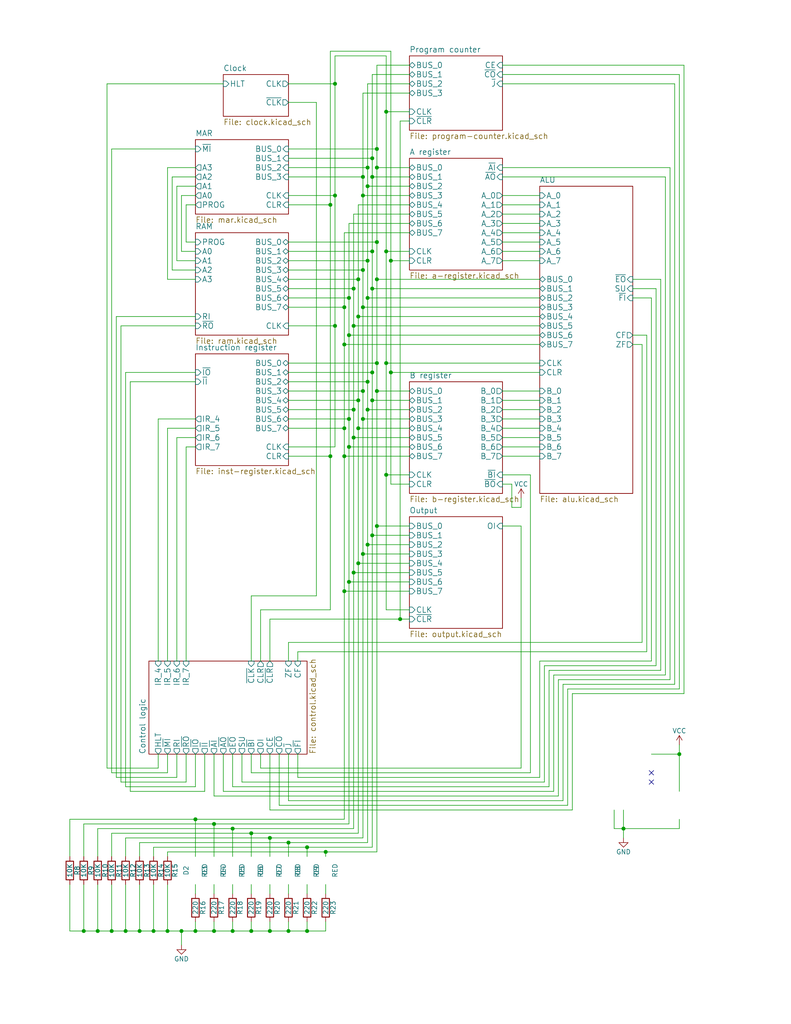
<source format=kicad_sch>
(kicad_sch (version 20211123) (generator eeschema)
  (paper "USLetter" portrait)
  (lib_symbols
    (symbol "Device:R" (pin_numbers hide) (pin_names (offset 0))
      (property "Reference" "R" (at 2.032 0 90))
      (property "Value" "R" (at 0 0 90))
      (symbol "R_0_1"
        (rectangle (start -1.016 -2.54) (end 1.016 2.54) (stroke (width 0.254)))
      )
      (symbol "R_1_1"
        (pin passive line (at 0 3.81 270) (length 1.27) (name "~") (number "1"))
        (pin passive line (at 0 -3.81 90) (length 1.27) (name "~") (number "2"))
      )
    )
    (symbol "power:GND" (power) (pin_names (offset 0))
      (property "Value" "GND" (at 0 -3.81 0))
      (symbol "GND_0_1"
        (polyline (pts (xy 0 0) (xy 0 -1.27) (xy 1.27 -1.27) (xy 0 -2.54) (xy -1.27 -1.27) (xy 0 -1.27)))
      )
      (symbol "GND_1_1"
        (pin power_in line (at 0 0 270) (length 0) hide (name "GND") (number "1"))
      )
    )
    (symbol "power:VCC" (power) (pin_names (offset 0))
      (property "Value" "VCC" (at 0 3.81 0))
      (symbol "VCC_0_1"
        (polyline (pts (xy -0.762 1.27) (xy 0 2.54)))
        (polyline (pts (xy 0 0) (xy 0 2.54)))
        (polyline (pts (xy 0 2.54) (xy 0.762 1.27)))
      )
      (symbol "VCC_1_1"
        (pin power_in line (at 0 0 90) (length 0) hide (name "VCC") (number "1"))
      )
    )
  )
  (junction (at 101.6 48.26))
  (junction (at 63.5 226.06))
  (junction (at 102.87 40.64))
  (junction (at 185.42 205.74))
  (junction (at 95.25 158.75))
  (junction (at 93.98 161.29))
  (junction (at 96.52 119.38))
  (junction (at 93.98 93.98))
  (junction (at 90.17 55.88))
  (junction (at 95.25 121.92))
  (junction (at 78.74 254))
  (junction (at 99.06 114.3))
  (junction (at 100.33 81.28))
  (junction (at 106.68 71.12))
  (junction (at 102.87 45.72))
  (junction (at 38.1 254))
  (junction (at 97.79 116.84))
  (junction (at 170.18 226.06))
  (junction (at 58.42 224.79))
  (junction (at 100.33 111.76))
  (junction (at 83.82 231.14))
  (junction (at 95.25 81.28))
  (junction (at 97.79 86.36))
  (junction (at 99.06 151.13))
  (junction (at 97.79 109.22))
  (junction (at 73.66 228.6))
  (junction (at 102.87 99.06))
  (junction (at 105.41 30.48))
  (junction (at 101.6 78.74))
  (junction (at 105.41 68.58))
  (junction (at 58.42 254))
  (junction (at 73.66 254))
  (junction (at 101.6 68.58))
  (junction (at 96.52 111.76))
  (junction (at 83.82 254))
  (junction (at 105.41 129.54))
  (junction (at 41.91 254))
  (junction (at 102.87 106.68))
  (junction (at 96.52 88.9))
  (junction (at 101.6 43.18))
  (junction (at 93.98 124.46))
  (junction (at 91.44 88.9))
  (junction (at 97.79 153.67))
  (junction (at 101.6 146.05))
  (junction (at 45.72 254))
  (junction (at 49.53 254))
  (junction (at 105.41 99.06))
  (junction (at 100.33 45.72))
  (junction (at 91.44 53.34))
  (junction (at 100.33 148.59))
  (junction (at 99.06 73.66))
  (junction (at 53.34 254))
  (junction (at 100.33 104.14))
  (junction (at 93.98 116.84))
  (junction (at 68.58 227.33))
  (junction (at 101.6 101.6))
  (junction (at 101.6 109.22))
  (junction (at 102.87 143.51))
  (junction (at 102.87 76.2))
  (junction (at 100.33 71.12))
  (junction (at 99.06 106.68))
  (junction (at 106.68 101.6))
  (junction (at 102.87 66.04))
  (junction (at 109.22 168.91))
  (junction (at 63.5 254))
  (junction (at 96.52 156.21))
  (junction (at 91.44 22.86))
  (junction (at 90.17 124.46))
  (junction (at 88.9 232.41))
  (junction (at 53.34 223.52))
  (junction (at 100.33 50.8))
  (junction (at 99.06 48.26))
  (junction (at 95.25 114.3))
  (junction (at 93.98 83.82))
  (junction (at 22.86 254))
  (junction (at 78.74 229.87))
  (junction (at 30.48 254))
  (junction (at 97.79 76.2))
  (junction (at 68.58 254))
  (junction (at 34.29 254))
  (junction (at 95.25 91.44))
  (junction (at 26.67 254))
  (junction (at 96.52 78.74))
  (junction (at 99.06 53.34))
  (junction (at 99.06 83.82))
  (no_connect (at 177.8 213.36))
  (no_connect (at 177.8 210.82))
  (wire (pts (xy 91.44 88.9) (xy 91.44 121.92)))
  (wire (pts (xy 147.32 99.06) (xy 105.41 99.06)))
  (wire (pts (xy 109.22 168.91) (xy 111.76 168.91)))
  (wire (pts (xy 176.53 91.44) (xy 176.53 177.8)))
  (wire (pts (xy 185.42 187.96) (xy 185.42 20.32)))
  (wire (pts (xy 53.34 119.38) (xy 48.26 119.38)))
  (wire (pts (xy 102.87 232.41) (xy 102.87 143.51)))
  (wire (pts (xy 151.13 215.9) (xy 60.96 215.9)))
  (wire (pts (xy 73.66 254) (xy 78.74 254)))
  (wire (pts (xy 63.5 254) (xy 63.5 251.46)))
  (wire (pts (xy 100.33 50.8) (xy 100.33 45.72)))
  (wire (pts (xy 175.26 93.98) (xy 175.26 175.26)))
  (wire (pts (xy 100.33 71.12) (xy 100.33 50.8)))
  (wire (pts (xy 78.74 109.22) (xy 97.79 109.22)))
  (wire (pts (xy 60.96 215.9) (xy 60.96 205.74)))
  (wire (pts (xy 147.32 83.82) (xy 99.06 83.82)))
  (wire (pts (xy 99.06 83.82) (xy 99.06 73.66)))
  (wire (pts (xy 137.16 58.42) (xy 147.32 58.42)))
  (wire (pts (xy 147.32 81.28) (xy 100.33 81.28)))
  (wire (pts (xy 99.06 151.13) (xy 99.06 114.3)))
  (wire (pts (xy 58.42 254) (xy 58.42 251.46)))
  (wire (pts (xy 41.91 254) (xy 45.72 254)))
  (wire (pts (xy 30.48 40.64) (xy 30.48 210.82)))
  (wire (pts (xy 176.53 177.8) (xy 81.28 177.8)))
  (wire (pts (xy 73.66 241.3) (xy 73.66 243.84)))
  (wire (pts (xy 26.67 241.3) (xy 26.67 254)))
  (wire (pts (xy 96.52 88.9) (xy 147.32 88.9)))
  (wire (pts (xy 101.6 78.74) (xy 101.6 68.58)))
  (wire (pts (xy 101.6 109.22) (xy 111.76 109.22)))
  (wire (pts (xy 48.26 71.12) (xy 53.34 71.12)))
  (wire (pts (xy 46.99 48.26) (xy 46.99 73.66)))
  (wire (pts (xy 106.68 71.12) (xy 106.68 101.6)))
  (wire (pts (xy 34.29 241.3) (xy 34.29 254)))
  (wire (pts (xy 102.87 143.51) (xy 111.76 143.51)))
  (wire (pts (xy 101.6 20.32) (xy 111.76 20.32)))
  (wire (pts (xy 170.18 226.06) (xy 185.42 226.06)))
  (wire (pts (xy 34.29 214.63) (xy 53.34 214.63)))
  (wire (pts (xy 91.44 88.9) (xy 78.74 88.9)))
  (wire (pts (xy 177.8 180.34) (xy 177.8 81.28)))
  (wire (pts (xy 147.32 78.74) (xy 101.6 78.74)))
  (wire (pts (xy 147.32 91.44) (xy 95.25 91.44)))
  (wire (pts (xy 139.7 132.08) (xy 139.7 138.43)))
  (wire (pts (xy 73.66 228.6) (xy 73.66 233.68)))
  (wire (pts (xy 96.52 119.38) (xy 111.76 119.38)))
  (wire (pts (xy 177.8 81.28) (xy 172.72 81.28)))
  (wire (pts (xy 81.28 205.74) (xy 81.28 212.09)))
  (wire (pts (xy 63.5 214.63) (xy 149.86 214.63)))
  (wire (pts (xy 68.58 254) (xy 68.58 251.46)))
  (wire (pts (xy 99.06 114.3) (xy 111.76 114.3)))
  (wire (pts (xy 106.68 13.97) (xy 106.68 71.12)))
  (wire (pts (xy 83.82 254) (xy 88.9 254)))
  (wire (pts (xy 53.34 254) (xy 53.34 251.46)))
  (wire (pts (xy 185.42 205.74) (xy 177.8 205.74)))
  (wire (pts (xy 111.76 63.5) (xy 93.98 63.5)))
  (wire (pts (xy 154.94 187.96) (xy 185.42 187.96)))
  (wire (pts (xy 78.74 124.46) (xy 90.17 124.46)))
  (wire (pts (xy 53.34 50.8) (xy 48.26 50.8)))
  (wire (pts (xy 95.25 91.44) (xy 95.25 114.3)))
  (wire (pts (xy 149.86 214.63) (xy 149.86 182.88)))
  (wire (pts (xy 93.98 124.46) (xy 93.98 161.29)))
  (wire (pts (xy 96.52 78.74) (xy 96.52 88.9)))
  (wire (pts (xy 142.24 138.43) (xy 142.24 135.89)))
  (wire (pts (xy 96.52 226.06) (xy 63.5 226.06)))
  (wire (pts (xy 156.21 220.98) (xy 73.66 220.98)))
  (wire (pts (xy 78.74 48.26) (xy 99.06 48.26)))
  (wire (pts (xy 156.21 189.23) (xy 186.69 189.23)))
  (wire (pts (xy 101.6 48.26) (xy 101.6 43.18)))
  (wire (pts (xy 167.64 226.06) (xy 167.64 220.98)))
  (wire (pts (xy 184.15 22.86) (xy 184.15 186.69)))
  (wire (pts (xy 63.5 226.06) (xy 26.67 226.06)))
  (wire (pts (xy 101.6 146.05) (xy 111.76 146.05)))
  (wire (pts (xy 105.41 129.54) (xy 105.41 166.37)))
  (wire (pts (xy 95.25 121.92) (xy 111.76 121.92)))
  (wire (pts (xy 105.41 166.37) (xy 111.76 166.37)))
  (wire (pts (xy 83.82 251.46) (xy 83.82 254)))
  (wire (pts (xy 48.26 119.38) (xy 48.26 180.34)))
  (wire (pts (xy 81.28 212.09) (xy 147.32 212.09)))
  (wire (pts (xy 99.06 53.34) (xy 99.06 48.26)))
  (wire (pts (xy 45.72 116.84) (xy 45.72 180.34)))
  (wire (pts (xy 66.04 205.74) (xy 66.04 213.36)))
  (wire (pts (xy 99.06 73.66) (xy 99.06 53.34)))
  (wire (pts (xy 95.25 158.75) (xy 111.76 158.75)))
  (wire (pts (xy 93.98 83.82) (xy 93.98 93.98)))
  (wire (pts (xy 151.13 184.15) (xy 181.61 184.15)))
  (wire (pts (xy 99.06 151.13) (xy 111.76 151.13)))
  (wire (pts (xy 147.32 86.36) (xy 97.79 86.36)))
  (wire (pts (xy 154.94 219.71) (xy 154.94 187.96)))
  (wire (pts (xy 71.12 166.37) (xy 90.17 166.37)))
  (wire (pts (xy 78.74 73.66) (xy 99.06 73.66)))
  (wire (pts (xy 63.5 205.74) (xy 63.5 214.63)))
  (wire (pts (xy 76.2 219.71) (xy 154.94 219.71)))
  (wire (pts (xy 78.74 243.84) (xy 78.74 241.3)))
  (wire (pts (xy 137.16 129.54) (xy 144.78 129.54)))
  (wire (pts (xy 102.87 76.2) (xy 147.32 76.2)))
  (wire (pts (xy 78.74 101.6) (xy 101.6 101.6)))
  (wire (pts (xy 90.17 55.88) (xy 90.17 124.46)))
  (wire (pts (xy 78.74 111.76) (xy 96.52 111.76)))
  (wire (pts (xy 91.44 53.34) (xy 78.74 53.34)))
  (wire (pts (xy 147.32 116.84) (xy 137.16 116.84)))
  (wire (pts (xy 101.6 43.18) (xy 101.6 20.32)))
  (wire (pts (xy 99.06 114.3) (xy 99.06 106.68)))
  (wire (pts (xy 22.86 254) (xy 26.67 254)))
  (wire (pts (xy 185.42 205.74) (xy 185.42 215.9)))
  (wire (pts (xy 93.98 93.98) (xy 93.98 116.84)))
  (wire (pts (xy 137.16 66.04) (xy 147.32 66.04)))
  (wire (pts (xy 53.34 241.3) (xy 53.34 243.84)))
  (wire (pts (xy 53.34 254) (xy 58.42 254)))
  (wire (pts (xy 46.99 73.66) (xy 53.34 73.66)))
  (wire (pts (xy 49.53 254) (xy 53.34 254)))
  (wire (pts (xy 179.07 78.74) (xy 172.72 78.74)))
  (wire (pts (xy 50.8 55.88) (xy 50.8 66.04)))
  (wire (pts (xy 137.16 63.5) (xy 147.32 63.5)))
  (wire (pts (xy 86.36 27.94) (xy 86.36 162.56)))
  (wire (pts (xy 91.44 121.92) (xy 78.74 121.92)))
  (wire (pts (xy 180.34 76.2) (xy 172.72 76.2)))
  (wire (pts (xy 29.21 209.55) (xy 43.18 209.55)))
  (wire (pts (xy 101.6 109.22) (xy 101.6 101.6)))
  (wire (pts (xy 97.79 153.67) (xy 111.76 153.67)))
  (wire (pts (xy 58.42 254) (xy 63.5 254)))
  (wire (pts (xy 71.12 209.55) (xy 142.24 209.55)))
  (wire (pts (xy 175.26 175.26) (xy 78.74 175.26)))
  (wire (pts (xy 78.74 116.84) (xy 93.98 116.84)))
  (wire (pts (xy 99.06 228.6) (xy 99.06 151.13)))
  (wire (pts (xy 137.16 111.76) (xy 147.32 111.76)))
  (wire (pts (xy 137.16 124.46) (xy 147.32 124.46)))
  (wire (pts (xy 88.9 254) (xy 88.9 251.46)))
  (wire (pts (xy 78.74 40.64) (xy 102.87 40.64)))
  (wire (pts (xy 34.29 228.6) (xy 34.29 233.68)))
  (wire (pts (xy 100.33 229.87) (xy 100.33 148.59)))
  (wire (pts (xy 68.58 243.84) (xy 68.58 241.3)))
  (wire (pts (xy 53.34 214.63) (xy 53.34 205.74)))
  (wire (pts (xy 151.13 215.9) (xy 151.13 184.15)))
  (wire (pts (xy 34.29 228.6) (xy 73.66 228.6)))
  (wire (pts (xy 181.61 184.15) (xy 181.61 48.26)))
  (wire (pts (xy 38.1 233.68) (xy 38.1 229.87)))
  (wire (pts (xy 100.33 111.76) (xy 100.33 104.14)))
  (wire (pts (xy 91.44 53.34) (xy 91.44 88.9)))
  (wire (pts (xy 100.33 50.8) (xy 111.76 50.8)))
  (wire (pts (xy 99.06 106.68) (xy 99.06 83.82)))
  (wire (pts (xy 91.44 22.86) (xy 91.44 53.34)))
  (wire (pts (xy 144.78 129.54) (xy 144.78 210.82)))
  (wire (pts (xy 142.24 143.51) (xy 137.16 143.51)))
  (wire (pts (xy 137.16 60.96) (xy 147.32 60.96)))
  (wire (pts (xy 137.16 20.32) (xy 185.42 20.32)))
  (wire (pts (xy 53.34 104.14) (xy 35.56 104.14)))
  (wire (pts (xy 111.76 30.48) (xy 105.41 30.48)))
  (wire (pts (xy 34.29 101.6) (xy 34.29 214.63)))
  (wire (pts (xy 96.52 58.42) (xy 96.52 78.74)))
  (wire (pts (xy 100.33 81.28) (xy 100.33 71.12)))
  (wire (pts (xy 78.74 114.3) (xy 95.25 114.3)))
  (wire (pts (xy 58.42 243.84) (xy 58.42 241.3)))
  (wire (pts (xy 144.78 210.82) (xy 68.58 210.82)))
  (wire (pts (xy 185.42 203.2) (xy 185.42 205.74)))
  (wire (pts (xy 95.25 224.79) (xy 58.42 224.79)))
  (wire (pts (xy 101.6 146.05) (xy 101.6 109.22)))
  (wire (pts (xy 38.1 241.3) (xy 38.1 254)))
  (wire (pts (xy 73.66 168.91) (xy 73.66 180.34)))
  (wire (pts (xy 73.66 251.46) (xy 73.66 254)))
  (wire (pts (xy 78.74 55.88) (xy 90.17 55.88)))
  (wire (pts (xy 101.6 231.14) (xy 101.6 146.05)))
  (wire (pts (xy 76.2 219.71) (xy 76.2 205.74)))
  (wire (pts (xy 78.74 175.26) (xy 78.74 180.34)))
  (wire (pts (xy 97.79 55.88) (xy 97.79 76.2)))
  (wire (pts (xy 105.41 68.58) (xy 105.41 99.06)))
  (wire (pts (xy 105.41 129.54) (xy 111.76 129.54)))
  (wire (pts (xy 100.33 104.14) (xy 100.33 81.28)))
  (wire (pts (xy 105.41 30.48) (xy 105.41 68.58)))
  (wire (pts (xy 180.34 182.88) (xy 180.34 76.2)))
  (wire (pts (xy 58.42 224.79) (xy 58.42 233.68)))
  (wire (pts (xy 48.26 50.8) (xy 48.26 71.12)))
  (wire (pts (xy 102.87 45.72) (xy 111.76 45.72)))
  (wire (pts (xy 100.33 45.72) (xy 100.33 22.86)))
  (wire (pts (xy 78.74 205.74) (xy 78.74 218.44)))
  (wire (pts (xy 182.88 185.42) (xy 182.88 45.72)))
  (wire (pts (xy 31.75 86.36) (xy 31.75 212.09)))
  (wire (pts (xy 78.74 106.68) (xy 99.06 106.68)))
  (wire (pts (xy 97.79 116.84) (xy 97.79 153.67)))
  (wire (pts (xy 78.74 104.14) (xy 100.33 104.14)))
  (wire (pts (xy 170.18 226.06) (xy 170.18 228.6)))
  (wire (pts (xy 78.74 229.87) (xy 100.33 229.87)))
  (wire (pts (xy 78.74 27.94) (xy 86.36 27.94)))
  (wire (pts (xy 96.52 111.76) (xy 96.52 119.38)))
  (wire (pts (xy 93.98 63.5) (xy 93.98 83.82)))
  (wire (pts (xy 63.5 254) (xy 68.58 254)))
  (wire (pts (xy 102.87 143.51) (xy 102.87 106.68)))
  (wire (pts (xy 63.5 226.06) (xy 63.5 233.68)))
  (wire (pts (xy 41.91 231.14) (xy 83.82 231.14)))
  (wire (pts (xy 30.48 210.82) (xy 45.72 210.82)))
  (wire (pts (xy 41.91 231.14) (xy 41.91 233.68)))
  (wire (pts (xy 78.74 78.74) (xy 96.52 78.74)))
  (wire (pts (xy 50.8 66.04) (xy 53.34 66.04)))
  (wire (pts (xy 53.34 53.34) (xy 49.53 53.34)))
  (wire (pts (xy 137.16 68.58) (xy 147.32 68.58)))
  (wire (pts (xy 97.79 86.36) (xy 97.79 109.22)))
  (wire (pts (xy 78.74 99.06) (xy 102.87 99.06)))
  (wire (pts (xy 43.18 114.3) (xy 43.18 180.34)))
  (wire (pts (xy 78.74 229.87) (xy 78.74 233.68)))
  (wire (pts (xy 53.34 88.9) (xy 33.02 88.9)))
  (wire (pts (xy 78.74 43.18) (xy 101.6 43.18)))
  (wire (pts (xy 53.34 101.6) (xy 34.29 101.6)))
  (wire (pts (xy 78.74 83.82) (xy 93.98 83.82)))
  (wire (pts (xy 30.48 227.33) (xy 30.48 233.68)))
  (wire (pts (xy 53.34 116.84) (xy 45.72 116.84)))
  (wire (pts (xy 96.52 88.9) (xy 96.52 111.76)))
  (wire (pts (xy 111.76 71.12) (xy 106.68 71.12)))
  (wire (pts (xy 68.58 254) (xy 73.66 254)))
  (wire (pts (xy 182.88 45.72) (xy 137.16 45.72)))
  (wire (pts (xy 184.15 22.86) (xy 137.16 22.86)))
  (wire (pts (xy 53.34 45.72) (xy 45.72 45.72)))
  (wire (pts (xy 99.06 48.26) (xy 99.06 25.4)))
  (wire (pts (xy 31.75 212.09) (xy 48.26 212.09)))
  (wire (pts (xy 97.79 109.22) (xy 97.79 116.84)))
  (wire (pts (xy 148.59 213.36) (xy 148.59 181.61)))
  (wire (pts (xy 78.74 22.86) (xy 91.44 22.86)))
  (wire (pts (xy 106.68 101.6) (xy 106.68 132.08)))
  (wire (pts (xy 111.76 58.42) (xy 96.52 58.42)))
  (wire (pts (xy 172.72 91.44) (xy 176.53 91.44)))
  (wire (pts (xy 101.6 68.58) (xy 101.6 48.26)))
  (wire (pts (xy 53.34 48.26) (xy 46.99 48.26)))
  (wire (pts (xy 53.34 55.88) (xy 50.8 55.88)))
  (wire (pts (xy 68.58 162.56) (xy 68.58 180.34)))
  (wire (pts (xy 83.82 241.3) (xy 83.82 243.84)))
  (wire (pts (xy 97.79 227.33) (xy 68.58 227.33)))
  (wire (pts (xy 22.86 241.3) (xy 22.86 254)))
  (wire (pts (xy 137.16 132.08) (xy 139.7 132.08)))
  (wire (pts (xy 83.82 231.14) (xy 83.82 233.68)))
  (wire (pts (xy 106.68 132.08) (xy 111.76 132.08)))
  (wire (pts (xy 90.17 13.97) (xy 90.17 55.88)))
  (wire (pts (xy 105.41 15.24) (xy 105.41 30.48)))
  (wire (pts (xy 105.41 99.06) (xy 105.41 129.54)))
  (wire (pts (xy 53.34 223.52) (xy 19.05 223.52)))
  (wire (pts (xy 38.1 254) (xy 41.91 254)))
  (wire (pts (xy 105.41 68.58) (xy 111.76 68.58)))
  (wire (pts (xy 147.32 121.92) (xy 137.16 121.92)))
  (wire (pts (xy 43.18 209.55) (xy 43.18 205.74)))
  (wire (pts (xy 137.16 109.22) (xy 147.32 109.22)))
  (wire (pts (xy 109.22 33.02) (xy 109.22 168.91)))
  (wire (pts (xy 33.02 88.9) (xy 33.02 213.36)))
  (wire (pts (xy 78.74 66.04) (xy 102.87 66.04)))
  (wire (pts (xy 48.26 212.09) (xy 48.26 205.74)))
  (wire (pts (xy 29.21 22.86) (xy 29.21 209.55)))
  (wire (pts (xy 102.87 76.2) (xy 102.87 66.04)))
  (wire (pts (xy 55.88 215.9) (xy 55.88 205.74)))
  (wire (pts (xy 68.58 227.33) (xy 68.58 233.68)))
  (wire (pts (xy 50.8 213.36) (xy 50.8 205.74)))
  (wire (pts (xy 139.7 138.43) (xy 142.24 138.43)))
  (wire (pts (xy 53.34 121.92) (xy 50.8 121.92)))
  (wire (pts (xy 102.87 99.06) (xy 102.87 76.2)))
  (wire (pts (xy 66.04 213.36) (xy 148.59 213.36)))
  (wire (pts (xy 97.79 116.84) (xy 111.76 116.84)))
  (wire (pts (xy 102.87 17.78) (xy 111.76 17.78)))
  (wire (pts (xy 45.72 232.41) (xy 88.9 232.41)))
  (wire (pts (xy 100.33 22.86) (xy 111.76 22.86)))
  (wire (pts (xy 88.9 243.84) (xy 88.9 241.3)))
  (wire (pts (xy 97.79 153.67) (xy 97.79 227.33)))
  (wire (pts (xy 68.58 227.33) (xy 30.48 227.33)))
  (wire (pts (xy 73.66 205.74) (xy 73.66 220.98)))
  (wire (pts (xy 30.48 254) (xy 34.29 254)))
  (wire (pts (xy 58.42 224.79) (xy 22.86 224.79)))
  (wire (pts (xy 81.28 177.8) (xy 81.28 180.34)))
  (wire (pts (xy 45.72 76.2) (xy 53.34 76.2)))
  (wire (pts (xy 142.24 209.55) (xy 142.24 143.51)))
  (wire (pts (xy 78.74 254) (xy 78.74 251.46)))
  (wire (pts (xy 33.02 213.36) (xy 50.8 213.36)))
  (wire (pts (xy 102.87 66.04) (xy 102.87 45.72)))
  (wire (pts (xy 49.53 53.34) (xy 49.53 68.58)))
  (wire (pts (xy 148.59 181.61) (xy 179.07 181.61)))
  (wire (pts (xy 105.41 15.24) (xy 91.44 15.24)))
  (wire (pts (xy 172.72 93.98) (xy 175.26 93.98)))
  (wire (pts (xy 45.72 232.41) (xy 45.72 233.68)))
  (wire (pts (xy 60.96 22.86) (xy 29.21 22.86)))
  (wire (pts (xy 100.33 148.59) (xy 100.33 111.76)))
  (wire (pts (xy 179.07 181.61) (xy 179.07 78.74)))
  (wire (pts (xy 45.72 254) (xy 49.53 254)))
  (wire (pts (xy 137.16 48.26) (xy 181.61 48.26)))
  (wire (pts (xy 186.69 17.78) (xy 137.16 17.78)))
  (wire (pts (xy 102.87 106.68) (xy 102.87 99.06)))
  (wire (pts (xy 90.17 124.46) (xy 90.17 166.37)))
  (wire (pts (xy 149.86 182.88) (xy 180.34 182.88)))
  (wire (pts (xy 102.87 106.68) (xy 111.76 106.68)))
  (wire (pts (xy 177.8 180.34) (xy 147.32 180.34)))
  (wire (pts (xy 97.79 76.2) (xy 97.79 86.36)))
  (wire (pts (xy 111.76 55.88) (xy 97.79 55.88)))
  (wire (pts (xy 153.67 186.69) (xy 153.67 218.44)))
  (wire (pts (xy 102.87 45.72) (xy 102.87 40.64)))
  (wire (pts (xy 96.52 156.21) (xy 96.52 226.06)))
  (wire (pts (xy 170.18 220.98) (xy 170.18 226.06)))
  (wire (pts (xy 152.4 185.42) (xy 182.88 185.42)))
  (wire (pts (xy 38.1 229.87) (xy 78.74 229.87)))
  (wire (pts (xy 49.53 68.58) (xy 53.34 68.58)))
  (wire (pts (xy 96.52 156.21) (xy 111.76 156.21)))
  (wire (pts (xy 90.17 13.97) (xy 106.68 13.97)))
  (wire (pts (xy 26.67 226.06) (xy 26.67 233.68)))
  (wire (pts (xy 93.98 161.29) (xy 93.98 223.52)))
  (wire (pts (xy 58.42 205.74) (xy 58.42 217.17)))
  (wire (pts (xy 96.52 119.38) (xy 96.52 156.21)))
  (wire (pts (xy 53.34 114.3) (xy 43.18 114.3)))
  (wire (pts (xy 93.98 124.46) (xy 111.76 124.46)))
  (wire (pts (xy 22.86 224.79) (xy 22.86 233.68)))
  (wire (pts (xy 68.58 210.82) (xy 68.58 205.74)))
  (wire (pts (xy 186.69 189.23) (xy 186.69 17.78)))
  (wire (pts (xy 147.32 180.34) (xy 147.32 212.09)))
  (wire (pts (xy 100.33 148.59) (xy 111.76 148.59)))
  (wire (pts (xy 93.98 223.52) (xy 53.34 223.52)))
  (wire (pts (xy 73.66 168.91) (xy 109.22 168.91)))
  (wire (pts (xy 111.76 33.02) (xy 109.22 33.02)))
  (wire (pts (xy 86.36 162.56) (xy 68.58 162.56)))
  (wire (pts (xy 53.34 40.64) (xy 30.48 40.64)))
  (wire (pts (xy 95.25 81.28) (xy 95.25 91.44)))
  (wire (pts (xy 91.44 15.24) (xy 91.44 22.86)))
  (wire (pts (xy 95.25 158.75) (xy 95.25 224.79)))
  (wire (pts (xy 95.25 60.96) (xy 95.25 81.28)))
  (wire (pts (xy 35.56 215.9) (xy 55.88 215.9)))
  (wire (pts (xy 101.6 101.6) (xy 101.6 78.74)))
  (wire (pts (xy 78.74 254) (xy 83.82 254)))
  (wire (pts (xy 71.12 180.34) (xy 71.12 166.37)))
  (wire (pts (xy 73.66 228.6) (xy 99.06 228.6)))
  (wire (pts (xy 49.53 257.81) (xy 49.53 254)))
  (wire (pts (xy 111.76 60.96) (xy 95.25 60.96)))
  (wire (pts (xy 19.05 241.3) (xy 19.05 254)))
  (wire (pts (xy 167.64 226.06) (xy 170.18 226.06)))
  (wire (pts (xy 26.67 254) (xy 30.48 254)))
  (wire (pts (xy 35.56 104.14) (xy 35.56 215.9)))
  (wire (pts (xy 78.74 68.58) (xy 101.6 68.58)))
  (wire (pts (xy 137.16 114.3) (xy 147.32 114.3)))
  (wire (pts (xy 34.29 254) (xy 38.1 254)))
  (wire (pts (xy 50.8 121.92) (xy 50.8 180.34)))
  (wire (pts (xy 137.16 55.88) (xy 147.32 55.88)))
  (wire (pts (xy 184.15 186.69) (xy 153.67 186.69)))
  (wire (pts (xy 58.42 217.17) (xy 152.4 217.17)))
  (wire (pts (xy 95.25 114.3) (xy 95.25 121.92)))
  (wire (pts (xy 93.98 161.29) (xy 111.76 161.29)))
  (wire (pts (xy 147.32 93.98) (xy 93.98 93.98)))
  (wire (pts (xy 78.74 76.2) (xy 97.79 76.2)))
  (wire (pts (xy 101.6 48.26) (xy 111.76 48.26)))
  (wire (pts (xy 45.72 241.3) (xy 45.72 254)))
  (wire (pts (xy 99.06 53.34) (xy 111.76 53.34)))
  (wire (pts (xy 185.42 226.06) (xy 185.42 223.52)))
  (wire (pts (xy 63.5 241.3) (xy 63.5 243.84)))
  (wire (pts (xy 41.91 241.3) (xy 41.91 254)))
  (wire (pts (xy 137.16 106.68) (xy 147.32 106.68)))
  (wire (pts (xy 45.72 45.72) (xy 45.72 76.2)))
  (wire (pts (xy 19.05 223.52) (xy 19.05 233.68)))
  (wire (pts (xy 78.74 45.72) (xy 100.33 45.72)))
  (wire (pts (xy 153.67 218.44) (xy 78.74 218.44)))
  (wire (pts (xy 19.05 254) (xy 22.86 254)))
  (wire (pts (xy 30.48 241.3) (xy 30.48 254)))
  (wire (pts (xy 99.06 25.4) (xy 111.76 25.4)))
  (wire (pts (xy 100.33 111.76) (xy 111.76 111.76)))
  (wire (pts (xy 147.32 101.6) (xy 106.68 101.6)))
  (wire (pts (xy 83.82 231.14) (xy 101.6 231.14)))
  (wire (pts (xy 137.16 71.12) (xy 147.32 71.12)))
  (wire (pts (xy 137.16 53.34) (xy 147.32 53.34)))
  (wire (pts (xy 88.9 232.41) (xy 88.9 233.68)))
  (wire (pts (xy 88.9 232.41) (xy 102.87 232.41)))
  (wire (pts (xy 156.21 189.23) (xy 156.21 220.98)))
  (wire (pts (xy 45.72 210.82) (xy 45.72 205.74)))
  (wire (pts (xy 78.74 81.28) (xy 95.25 81.28)))
  (wire (pts (xy 137.16 119.38) (xy 147.32 119.38)))
  (wire (pts (xy 93.98 116.84) (xy 93.98 124.46)))
  (wire (pts (xy 95.25 121.92) (xy 95.25 158.75)))
  (wire (pts (xy 78.74 71.12) (xy 100.33 71.12)))
  (wire (pts (xy 53.34 86.36) (xy 31.75 86.36)))
  (wire (pts (xy 152.4 217.17) (xy 152.4 185.42)))
  (wire (pts (xy 53.34 233.68) (xy 53.34 223.52)))
  (wire (pts (xy 71.12 205.74) (xy 71.12 209.55)))
  (wire (pts (xy 102.87 40.64) (xy 102.87 17.78)))
  (symbol (lib_id "power:VCC") (at 185.42 203.2 0) (unit 1)
    (property "Reference" "#PWR01" (effects hide))
    (property "Value" "VCC" (at 185.42 199.39 0))
  )
  (symbol (lib_id "power:GND") (at 170.18 228.6 0) (unit 1)
    (property "Reference" "#PWR02" (effects hide))
    (property "Value" "GND" (at 170.18 232.41 0))
  )
  (symbol (lib_id "power:VCC") (at 142.24 135.89 0) (unit 1)
    (property "Reference" "#PWR03" (effects hide))
    (property "Value" "VCC" (at 142.24 132.08 0))
  )
  (symbol (lib_id "Device:LED_ALT") (at 88.9 237.49 90) (unit 1)
    (property "Reference" "D9" (at 86.36 237.49 0))
    (property "Value" "RED" (at 91.44 237.49 0))
    (property "Footprint" "LED_THT:LED_D5.0mm" (effects hide))
  )
  (symbol (lib_id "Device:LED_ALT") (at 83.82 237.49 90) (unit 1)
    (property "Reference" "D8" (at 81.28 237.49 0))
    (property "Value" "RED" (at 86.36 237.49 0))
    (property "Footprint" "LED_THT:LED_D5.0mm" (effects hide))
  )
  (symbol (lib_id "Device:LED_ALT") (at 78.74 237.49 90) (unit 1)
    (property "Reference" "D7" (at 76.2 237.49 0))
    (property "Value" "RED" (at 81.28 237.49 0))
    (property "Footprint" "LED_THT:LED_D5.0mm" (effects hide))
  )
  (symbol (lib_id "Device:LED_ALT") (at 73.66 237.49 90) (unit 1)
    (property "Reference" "D6" (at 71.12 237.49 0))
    (property "Value" "RED" (at 76.2 237.49 0))
    (property "Footprint" "LED_THT:LED_D5.0mm" (effects hide))
  )
  (symbol (lib_id "Device:LED_ALT") (at 68.58 237.49 90) (unit 1)
    (property "Reference" "D5" (at 66.04 237.49 0))
    (property "Value" "RED" (at 71.12 237.49 0))
    (property "Footprint" "LED_THT:LED_D5.0mm" (effects hide))
  )
  (symbol (lib_id "Device:LED_ALT") (at 63.5 237.49 90) (unit 1)
    (property "Reference" "D4" (at 60.96 237.49 0))
    (property "Value" "RED" (at 66.04 237.49 0))
    (property "Footprint" "LED_THT:LED_D5.0mm" (effects hide))
  )
  (symbol (lib_id "Device:LED_ALT") (at 58.42 237.49 90) (unit 1)
    (property "Reference" "D3" (at 55.88 237.49 0))
    (property "Value" "RED" (at 60.96 237.49 0))
    (property "Footprint" "LED_THT:LED_D5.0mm" (effects hide))
  )
  (symbol (lib_id "Device:LED_ALT") (at 53.34 237.49 90) (unit 1)
    (property "Reference" "D2" (at 50.8 237.49 0))
    (property "Value" "RED" (at 55.88 237.49 0))
    (property "Footprint" "LED_THT:LED_D5.0mm" (effects hide))
  )
  (symbol (lib_id "Device:R") (at 53.34 247.65 0) (unit 1)
    (property "Reference" "R16" (at 55.372 247.65 90))
    (property "Value" "220" (at 53.34 247.65 90))
    (property "Footprint" "Resistor_THT:R_Axial_DIN0207_L6.3mm_D2.5mm_P7.62mm_Horizontal" (effects hide))
  )
  (symbol (lib_id "Device:R") (at 58.42 247.65 0) (unit 1)
    (property "Reference" "R17" (at 60.452 247.65 90))
    (property "Value" "220" (at 58.42 247.65 90))
    (property "Footprint" "Resistor_THT:R_Axial_DIN0207_L6.3mm_D2.5mm_P7.62mm_Horizontal" (effects hide))
  )
  (symbol (lib_id "Device:R") (at 63.5 247.65 0) (unit 1)
    (property "Reference" "R18" (at 65.532 247.65 90))
    (property "Value" "220" (at 63.5 247.65 90))
    (property "Footprint" "Resistor_THT:R_Axial_DIN0207_L6.3mm_D2.5mm_P7.62mm_Horizontal" (effects hide))
  )
  (symbol (lib_id "Device:R") (at 68.58 247.65 0) (unit 1)
    (property "Reference" "R19" (at 70.612 247.65 90))
    (property "Value" "220" (at 68.58 247.65 90))
    (property "Footprint" "Resistor_THT:R_Axial_DIN0207_L6.3mm_D2.5mm_P7.62mm_Horizontal" (effects hide))
  )
  (symbol (lib_id "Device:R") (at 73.66 247.65 0) (unit 1)
    (property "Reference" "R20" (at 75.692 247.65 90))
    (property "Value" "220" (at 73.66 247.65 90))
    (property "Footprint" "Resistor_THT:R_Axial_DIN0207_L6.3mm_D2.5mm_P7.62mm_Horizontal" (effects hide))
  )
  (symbol (lib_id "Device:R") (at 78.74 247.65 0) (unit 1)
    (property "Reference" "R21" (at 80.772 247.65 90))
    (property "Value" "220" (at 78.74 247.65 90))
    (property "Footprint" "Resistor_THT:R_Axial_DIN0207_L6.3mm_D2.5mm_P7.62mm_Horizontal" (effects hide))
  )
  (symbol (lib_id "Device:R") (at 83.82 247.65 0) (unit 1)
    (property "Reference" "R22" (at 85.852 247.65 90))
    (property "Value" "220" (at 83.82 247.65 90))
    (property "Footprint" "Resistor_THT:R_Axial_DIN0207_L6.3mm_D2.5mm_P7.62mm_Horizontal" (effects hide))
  )
  (symbol (lib_id "Device:R") (at 88.9 247.65 0) (unit 1)
    (property "Reference" "R23" (at 90.932 247.65 90))
    (property "Value" "220" (at 88.9 247.65 90))
    (property "Footprint" "Resistor_THT:R_Axial_DIN0207_L6.3mm_D2.5mm_P7.62mm_Horizontal" (effects hide))
  )
  (symbol (lib_id "power:GND") (at 49.53 257.81 0) (unit 1)
    (property "Reference" "#PWR04" (effects hide))
    (property "Value" "GND" (at 49.53 261.62 0))
  )
  (symbol (lib_id "Device:R") (at 45.72 237.49 0) (unit 1)
    (property "Reference" "R15" (at 47.752 237.49 90))
    (property "Value" "10K" (at 45.72 237.49 90))
    (property "Footprint" "Resistor_THT:R_Axial_DIN0207_L6.3mm_D2.5mm_P7.62mm_Horizontal" (effects hide))
  )
  (symbol (lib_id "Device:R") (at 41.91 237.49 0) (unit 1)
    (property "Reference" "R14" (at 43.942 237.49 90))
    (property "Value" "10K" (at 41.91 237.49 90))
    (property "Footprint" "Resistor_THT:R_Axial_DIN0207_L6.3mm_D2.5mm_P7.62mm_Horizontal" (effects hide))
  )
  (symbol (lib_id "Device:R") (at 38.1 237.49 0) (unit 1)
    (property "Reference" "R13" (at 40.132 237.49 90))
    (property "Value" "10K" (at 38.1 237.49 90))
    (property "Footprint" "Resistor_THT:R_Axial_DIN0207_L6.3mm_D2.5mm_P7.62mm_Horizontal" (effects hide))
  )
  (symbol (lib_id "Device:R") (at 34.29 237.49 0) (unit 1)
    (property "Reference" "R12" (at 36.322 237.49 90))
    (property "Value" "10K" (at 34.29 237.49 90))
    (property "Footprint" "Resistor_THT:R_Axial_DIN0207_L6.3mm_D2.5mm_P7.62mm_Horizontal" (effects hide))
  )
  (symbol (lib_id "Device:R") (at 30.48 237.49 0) (unit 1)
    (property "Reference" "R11" (at 32.512 237.49 90))
    (property "Value" "10K" (at 30.48 237.49 90))
    (property "Footprint" "Resistor_THT:R_Axial_DIN0207_L6.3mm_D2.5mm_P7.62mm_Horizontal" (effects hide))
  )
  (symbol (lib_id "Device:R") (at 26.67 237.49 0) (unit 1)
    (property "Reference" "R10" (at 28.702 237.49 90))
    (property "Value" "10K" (at 26.67 237.49 90))
    (property "Footprint" "Resistor_THT:R_Axial_DIN0207_L6.3mm_D2.5mm_P7.62mm_Horizontal" (effects hide))
  )
  (symbol (lib_id "Device:R") (at 22.86 237.49 0) (unit 1)
    (property "Reference" "R9" (at 24.892 237.49 90))
    (property "Value" "10K" (at 22.86 237.49 90))
    (property "Footprint" "Resistor_THT:R_Axial_DIN0207_L6.3mm_D2.5mm_P7.62mm_Horizontal" (effects hide))
  )
  (symbol (lib_id "Device:R") (at 19.05 237.49 0) (unit 1)
    (property "Reference" "R8" (at 21.082 237.49 90))
    (property "Value" "10K" (at 19.05 237.49 90))
    (property "Footprint" "Resistor_THT:R_Axial_DIN0207_L6.3mm_D2.5mm_P7.62mm_Horizontal" (effects hide))
  )
  (symbol (lib_id "8bit-computer-rescue:USB_B") (at 170.18 210.82 0) (unit 1)
    (property "Reference" "J1" (at 165.1 199.39 0) (effects (justify left)))
    (property "Value" "USB_B" (at 165.1 201.93 0) (effects (justify left)))
    (property "Footprint" "Connector_USB:USB_B_OST_USB-B1HSxx_Horizontal" (effects hide))
  )
  (symbol (lib_id "Device:CP1") (at 185.42 219.71 0) (unit 1)
    (property "Reference" "C24" (at 186.055 217.17 0) (effects (justify left)))
    (property "Value" "10µF" (at 186.055 222.25 0) (effects (justify left)))
    (property "Footprint" "Capacitor_THT:CP_Radial_D5.0mm_P2.00mm" (effects hide))
  )
  (sheet (at 60.96 20.32) (size 17.78 11.43)
    (property "Sheet name" "Clock" (at 60.96 19.4814 0) (effects (font (size 1.524 1.524)) (justify left bottom)))
    (property "Sheet file" "clock.kicad_sch" (at 60.96 32.4362 0) (effects (font (size 1.524 1.524)) (justify left top)))
    (pin "CLK" output (at 78.74 22.86 0) (effects (font (size 1.524 1.524))))
    (pin "HLT" input (at 60.96 22.86 180) (effects (font (size 1.524 1.524))))
    (pin "~{CLK}" output (at 78.74 27.94 0) (effects (font (size 1.524 1.524))))
  )
  (sheet (at 111.76 43.18) (size 25.4 30.48)
    (property "Sheet name" "A register" (at 111.76 42.3414 0) (effects (font (size 1.524 1.524)) (justify left bottom)))
    (property "Sheet file" "a-register.kicad_sch" (at 111.76 74.3462 0) (effects (font (size 1.524 1.524)) (justify left top)))
    (pin "BUS_0" bidirectional (at 111.76 45.72 180) (effects (font (size 1.524 1.524))))
    (pin "BUS_1" bidirectional (at 111.76 48.26 180) (effects (font (size 1.524 1.524))))
    (pin "BUS_2" bidirectional (at 111.76 50.8 180) (effects (font (size 1.524 1.524))))
    (pin "BUS_3" bidirectional (at 111.76 53.34 180) (effects (font (size 1.524 1.524))))
    (pin "BUS_4" bidirectional (at 111.76 55.88 180) (effects (font (size 1.524 1.524))))
    (pin "BUS_5" bidirectional (at 111.76 58.42 180) (effects (font (size 1.524 1.524))))
    (pin "BUS_6" bidirectional (at 111.76 60.96 180) (effects (font (size 1.524 1.524))))
    (pin "BUS_7" bidirectional (at 111.76 63.5 180) (effects (font (size 1.524 1.524))))
    (pin "CLK" input (at 111.76 68.58 180) (effects (font (size 1.524 1.524))))
    (pin "A_7" output (at 137.16 71.12 0) (effects (font (size 1.524 1.524))))
    (pin "A_6" output (at 137.16 68.58 0) (effects (font (size 1.524 1.524))))
    (pin "A_5" output (at 137.16 66.04 0) (effects (font (size 1.524 1.524))))
    (pin "A_4" output (at 137.16 63.5 0) (effects (font (size 1.524 1.524))))
    (pin "A_3" output (at 137.16 60.96 0) (effects (font (size 1.524 1.524))))
    (pin "A_2" output (at 137.16 58.42 0) (effects (font (size 1.524 1.524))))
    (pin "A_1" output (at 137.16 55.88 0) (effects (font (size 1.524 1.524))))
    (pin "A_0" output (at 137.16 53.34 0) (effects (font (size 1.524 1.524))))
    (pin "CLR" input (at 111.76 71.12 180) (effects (font (size 1.524 1.524))))
    (pin "~{AI}" input (at 137.16 45.72 0) (effects (font (size 1.524 1.524))))
    (pin "~{AO}" input (at 137.16 48.26 0) (effects (font (size 1.524 1.524))))
  )
  (sheet (at 111.76 104.14) (size 25.4 30.48)
    (property "Sheet name" "B register" (at 111.76 103.3014 0) (effects (font (size 1.524 1.524)) (justify left bottom)))
    (property "Sheet file" "b-register.kicad_sch" (at 111.76 135.3062 0) (effects (font (size 1.524 1.524)) (justify left top)))
    (pin "BUS_0" bidirectional (at 111.76 106.68 180) (effects (font (size 1.524 1.524))))
    (pin "BUS_1" bidirectional (at 111.76 109.22 180) (effects (font (size 1.524 1.524))))
    (pin "BUS_2" bidirectional (at 111.76 111.76 180) (effects (font (size 1.524 1.524))))
    (pin "BUS_3" bidirectional (at 111.76 114.3 180) (effects (font (size 1.524 1.524))))
    (pin "BUS_4" bidirectional (at 111.76 116.84 180) (effects (font (size 1.524 1.524))))
    (pin "BUS_5" bidirectional (at 111.76 119.38 180) (effects (font (size 1.524 1.524))))
    (pin "BUS_6" bidirectional (at 111.76 121.92 180) (effects (font (size 1.524 1.524))))
    (pin "BUS_7" bidirectional (at 111.76 124.46 180) (effects (font (size 1.524 1.524))))
    (pin "B_0" output (at 137.16 106.68 0) (effects (font (size 1.524 1.524))))
    (pin "B_1" output (at 137.16 109.22 0) (effects (font (size 1.524 1.524))))
    (pin "B_2" output (at 137.16 111.76 0) (effects (font (size 1.524 1.524))))
    (pin "B_3" output (at 137.16 114.3 0) (effects (font (size 1.524 1.524))))
    (pin "B_4" output (at 137.16 116.84 0) (effects (font (size 1.524 1.524))))
    (pin "B_5" output (at 137.16 119.38 0) (effects (font (size 1.524 1.524))))
    (pin "B_6" output (at 137.16 121.92 0) (effects (font (size 1.524 1.524))))
    (pin "B_7" output (at 137.16 124.46 0) (effects (font (size 1.524 1.524))))
    (pin "CLK" input (at 111.76 129.54 180) (effects (font (size 1.524 1.524))))
    (pin "~{BO}" input (at 137.16 132.08 0) (effects (font (size 1.524 1.524))))
    (pin "~{BI}" input (at 137.16 129.54 0) (effects (font (size 1.524 1.524))))
    (pin "CLR" input (at 111.76 132.08 180) (effects (font (size 1.524 1.524))))
  )
  (sheet (at 53.34 96.52) (size 25.4 30.48)
    (property "Sheet name" "Instruction register" (at 53.34 95.6814 0) (effects (font (size 1.524 1.524)) (justify left bottom)))
    (property "Sheet file" "inst-register.kicad_sch" (at 53.34 127.6862 0) (effects (font (size 1.524 1.524)) (justify left top)))
    (pin "BUS_0" bidirectional (at 78.74 99.06 0) (effects (font (size 1.524 1.524))))
    (pin "BUS_1" bidirectional (at 78.74 101.6 0) (effects (font (size 1.524 1.524))))
    (pin "BUS_2" bidirectional (at 78.74 104.14 0) (effects (font (size 1.524 1.524))))
    (pin "BUS_3" bidirectional (at 78.74 106.68 0) (effects (font (size 1.524 1.524))))
    (pin "BUS_4" bidirectional (at 78.74 109.22 0) (effects (font (size 1.524 1.524))))
    (pin "BUS_5" bidirectional (at 78.74 111.76 0) (effects (font (size 1.524 1.524))))
    (pin "BUS_6" bidirectional (at 78.74 114.3 0) (effects (font (size 1.524 1.524))))
    (pin "BUS_7" bidirectional (at 78.74 116.84 0) (effects (font (size 1.524 1.524))))
    (pin "IR_4" output (at 53.34 114.3 180) (effects (font (size 1.524 1.524))))
    (pin "IR_5" output (at 53.34 116.84 180) (effects (font (size 1.524 1.524))))
    (pin "IR_6" output (at 53.34 119.38 180) (effects (font (size 1.524 1.524))))
    (pin "IR_7" output (at 53.34 121.92 180) (effects (font (size 1.524 1.524))))
    (pin "CLK" input (at 78.74 121.92 0) (effects (font (size 1.524 1.524))))
    (pin "~{IO}" input (at 53.34 101.6 180) (effects (font (size 1.524 1.524))))
    (pin "~{II}" input (at 53.34 104.14 180) (effects (font (size 1.524 1.524))))
    (pin "CLR" input (at 78.74 124.46 0) (effects (font (size 1.524 1.524))))
  )
  (sheet (at 147.32 50.8) (size 25.4 83.82)
    (property "Sheet name" "ALU" (at 147.32 49.9614 0) (effects (font (size 1.524 1.524)) (justify left bottom)))
    (property "Sheet file" "alu.kicad_sch" (at 147.32 135.3062 0) (effects (font (size 1.524 1.524)) (justify left top)))
    (pin "BUS_1" tri_state (at 147.32 78.74 180) (effects (font (size 1.524 1.524))))
    (pin "BUS_0" tri_state (at 147.32 76.2 180) (effects (font (size 1.524 1.524))))
    (pin "BUS_2" tri_state (at 147.32 81.28 180) (effects (font (size 1.524 1.524))))
    (pin "BUS_3" tri_state (at 147.32 83.82 180) (effects (font (size 1.524 1.524))))
    (pin "BUS_4" tri_state (at 147.32 86.36 180) (effects (font (size 1.524 1.524))))
    (pin "BUS_5" tri_state (at 147.32 88.9 180) (effects (font (size 1.524 1.524))))
    (pin "BUS_6" tri_state (at 147.32 91.44 180) (effects (font (size 1.524 1.524))))
    (pin "BUS_7" tri_state (at 147.32 93.98 180) (effects (font (size 1.524 1.524))))
    (pin "A_0" input (at 147.32 53.34 180) (effects (font (size 1.524 1.524))))
    (pin "A_1" input (at 147.32 55.88 180) (effects (font (size 1.524 1.524))))
    (pin "A_2" input (at 147.32 58.42 180) (effects (font (size 1.524 1.524))))
    (pin "A_3" input (at 147.32 60.96 180) (effects (font (size 1.524 1.524))))
    (pin "A_4" input (at 147.32 63.5 180) (effects (font (size 1.524 1.524))))
    (pin "A_5" input (at 147.32 66.04 180) (effects (font (size 1.524 1.524))))
    (pin "A_6" input (at 147.32 68.58 180) (effects (font (size 1.524 1.524))))
    (pin "A_7" input (at 147.32 71.12 180) (effects (font (size 1.524 1.524))))
    (pin "B_0" input (at 147.32 106.68 180) (effects (font (size 1.524 1.524))))
    (pin "B_1" input (at 147.32 109.22 180) (effects (font (size 1.524 1.524))))
    (pin "B_2" input (at 147.32 111.76 180) (effects (font (size 1.524 1.524))))
    (pin "B_3" input (at 147.32 114.3 180) (effects (font (size 1.524 1.524))))
    (pin "B_4" input (at 147.32 116.84 180) (effects (font (size 1.524 1.524))))
    (pin "B_5" input (at 147.32 119.38 180) (effects (font (size 1.524 1.524))))
    (pin "B_6" input (at 147.32 121.92 180) (effects (font (size 1.524 1.524))))
    (pin "B_7" input (at 147.32 124.46 180) (effects (font (size 1.524 1.524))))
    (pin "SU" input (at 172.72 78.74 0) (effects (font (size 1.524 1.524))))
    (pin "~{EO}" input (at 172.72 76.2 0) (effects (font (size 1.524 1.524))))
    (pin "CLK" input (at 147.32 99.06 180) (effects (font (size 1.524 1.524))))
    (pin "CLR" input (at 147.32 101.6 180) (effects (font (size 1.524 1.524))))
    (pin "~{FI}" input (at 172.72 81.28 0) (effects (font (size 1.524 1.524))))
    (pin "CF" output (at 172.72 91.44 0) (effects (font (size 1.524 1.524))))
    (pin "ZF" output (at 172.72 93.98 0) (effects (font (size 1.524 1.524))))
  )
  (sheet (at 53.34 63.5) (size 25.4 27.94)
    (property "Sheet name" "RAM" (at 53.34 62.6614 0) (effects (font (size 1.524 1.524)) (justify left bottom)))
    (property "Sheet file" "ram.kicad_sch" (at 53.34 92.1262 0) (effects (font (size 1.524 1.524)) (justify left top)))
    (pin "BUS_0" bidirectional (at 78.74 66.04 0) (effects (font (size 1.524 1.524))))
    (pin "BUS_1" bidirectional (at 78.74 68.58 0) (effects (font (size 1.524 1.524))))
    (pin "BUS_2" bidirectional (at 78.74 71.12 0) (effects (font (size 1.524 1.524))))
    (pin "BUS_3" bidirectional (at 78.74 73.66 0) (effects (font (size 1.524 1.524))))
    (pin "BUS_4" bidirectional (at 78.74 76.2 0) (effects (font (size 1.524 1.524))))
    (pin "BUS_5" bidirectional (at 78.74 78.74 0) (effects (font (size 1.524 1.524))))
    (pin "BUS_6" bidirectional (at 78.74 81.28 0) (effects (font (size 1.524 1.524))))
    (pin "BUS_7" bidirectional (at 78.74 83.82 0) (effects (font (size 1.524 1.524))))
    (pin "RI" input (at 53.34 86.36 180) (effects (font (size 1.524 1.524))))
    (pin "~{RO}" input (at 53.34 88.9 180) (effects (font (size 1.524 1.524))))
    (pin "PROG" input (at 53.34 66.04 180) (effects (font (size 1.524 1.524))))
    (pin "CLK" input (at 78.74 88.9 0) (effects (font (size 1.524 1.524))))
    (pin "A0" input (at 53.34 68.58 180) (effects (font (size 1.524 1.524))))
    (pin "A1" input (at 53.34 71.12 180) (effects (font (size 1.524 1.524))))
    (pin "A2" input (at 53.34 73.66 180) (effects (font (size 1.524 1.524))))
    (pin "A3" input (at 53.34 76.2 180) (effects (font (size 1.524 1.524))))
  )
  (sheet (at 53.34 38.1) (size 25.4 20.32)
    (property "Sheet name" "MAR" (at 53.34 37.2614 0) (effects (font (size 1.524 1.524)) (justify left bottom)))
    (property "Sheet file" "mar.kicad_sch" (at 53.34 59.1062 0) (effects (font (size 1.524 1.524)) (justify left top)))
    (pin "A0" output (at 53.34 53.34 180) (effects (font (size 1.524 1.524))))
    (pin "A1" output (at 53.34 50.8 180) (effects (font (size 1.524 1.524))))
    (pin "A2" output (at 53.34 48.26 180) (effects (font (size 1.524 1.524))))
    (pin "A3" output (at 53.34 45.72 180) (effects (font (size 1.524 1.524))))
    (pin "BUS_0" input (at 78.74 40.64 0) (effects (font (size 1.524 1.524))))
    (pin "BUS_1" input (at 78.74 43.18 0) (effects (font (size 1.524 1.524))))
    (pin "BUS_2" input (at 78.74 45.72 0) (effects (font (size 1.524 1.524))))
    (pin "BUS_3" input (at 78.74 48.26 0) (effects (font (size 1.524 1.524))))
    (pin "~{MI}" input (at 53.34 40.64 180) (effects (font (size 1.524 1.524))))
    (pin "CLK" input (at 78.74 53.34 0) (effects (font (size 1.524 1.524))))
    (pin "CLR" input (at 78.74 55.88 0) (effects (font (size 1.524 1.524))))
    (pin "PROG" output (at 53.34 55.88 180) (effects (font (size 1.524 1.524))))
  )
  (sheet (at 111.76 15.24) (size 25.4 20.32)
    (property "Sheet name" "Program counter" (at 111.76 14.4014 0) (effects (font (size 1.524 1.524)) (justify left bottom)))
    (property "Sheet file" "program-counter.kicad_sch" (at 111.76 36.2462 0) (effects (font (size 1.524 1.524)) (justify left top)))
    (pin "CE" input (at 137.16 17.78 0) (effects (font (size 1.524 1.524))))
    (pin "~{CO}" input (at 137.16 20.32 0) (effects (font (size 1.524 1.524))))
    (pin "CLK" input (at 111.76 30.48 180) (effects (font (size 1.524 1.524))))
    (pin "~{J}" input (at 137.16 22.86 0) (effects (font (size 1.524 1.524))))
    (pin "BUS_0" bidirectional (at 111.76 17.78 180) (effects (font (size 1.524 1.524))))
    (pin "BUS_1" bidirectional (at 111.76 20.32 180) (effects (font (size 1.524 1.524))))
    (pin "BUS_2" bidirectional (at 111.76 22.86 180) (effects (font (size 1.524 1.524))))
    (pin "BUS_3" bidirectional (at 111.76 25.4 180) (effects (font (size 1.524 1.524))))
    (pin "~{CLR}" input (at 111.76 33.02 180) (effects (font (size 1.524 1.524))))
  )
  (sheet (at 111.76 140.97) (size 25.4 30.48)
    (property "Sheet name" "Output" (at 111.76 140.1314 0) (effects (font (size 1.524 1.524)) (justify left bottom)))
    (property "Sheet file" "output.kicad_sch" (at 111.76 172.1362 0) (effects (font (size 1.524 1.524)) (justify left top)))
    (pin "OI" input (at 137.16 143.51 0) (effects (font (size 1.524 1.524))))
    (pin "CLK" input (at 111.76 166.37 180) (effects (font (size 1.524 1.524))))
    (pin "~{CLR}" input (at 111.76 168.91 180) (effects (font (size 1.524 1.524))))
    (pin "BUS_0" input (at 111.76 143.51 180) (effects (font (size 1.524 1.524))))
    (pin "BUS_1" input (at 111.76 146.05 180) (effects (font (size 1.524 1.524))))
    (pin "BUS_2" input (at 111.76 148.59 180) (effects (font (size 1.524 1.524))))
    (pin "BUS_3" input (at 111.76 151.13 180) (effects (font (size 1.524 1.524))))
    (pin "BUS_4" input (at 111.76 153.67 180) (effects (font (size 1.524 1.524))))
    (pin "BUS_5" input (at 111.76 156.21 180) (effects (font (size 1.524 1.524))))
    (pin "BUS_6" input (at 111.76 158.75 180) (effects (font (size 1.524 1.524))))
    (pin "BUS_7" input (at 111.76 161.29 180) (effects (font (size 1.524 1.524))))
  )
  (sheet (at 40.64 180.34) (size 43.18 25.4)
    (property "Sheet name" "Control logic" (at 39.8014 205.74 90) (effects (font (size 1.524 1.524)) (justify left bottom)))
    (property "Sheet file" "control.kicad_sch" (at 84.5062 205.74 90) (effects (font (size 1.524 1.524)) (justify left top)))
    (pin "HLT" output (at 43.18 205.74 270) (effects (font (size 1.524 1.524))))
    (pin "~{MI}" output (at 45.72 205.74 270) (effects (font (size 1.524 1.524))))
    (pin "RI" output (at 48.26 205.74 270) (effects (font (size 1.524 1.524))))
    (pin "~{RO}" output (at 50.8 205.74 270) (effects (font (size 1.524 1.524))))
    (pin "~{IO}" output (at 53.34 205.74 270) (effects (font (size 1.524 1.524))))
    (pin "~{II}" output (at 55.88 205.74 270) (effects (font (size 1.524 1.524))))
    (pin "~{AI}" output (at 58.42 205.74 270) (effects (font (size 1.524 1.524))))
    (pin "~{AO}" output (at 60.96 205.74 270) (effects (font (size 1.524 1.524))))
    (pin "~{EO}" output (at 63.5 205.74 270) (effects (font (size 1.524 1.524))))
    (pin "SU" output (at 66.04 205.74 270) (effects (font (size 1.524 1.524))))
    (pin "~{BI}" output (at 68.58 205.74 270) (effects (font (size 1.524 1.524))))
    (pin "OI" output (at 71.12 205.74 270) (effects (font (size 1.524 1.524))))
    (pin "CE" output (at 73.66 205.74 270) (effects (font (size 1.524 1.524))))
    (pin "~{CO}" output (at 76.2 205.74 270) (effects (font (size 1.524 1.524))))
    (pin "~{J}" output (at 78.74 205.74 270) (effects (font (size 1.524 1.524))))
    (pin "~{FI}" output (at 81.28 205.74 270) (effects (font (size 1.524 1.524))))
    (pin "IR_4" input (at 43.18 180.34 90) (effects (font (size 1.524 1.524))))
    (pin "IR_5" input (at 45.72 180.34 90) (effects (font (size 1.524 1.524))))
    (pin "IR_6" input (at 48.26 180.34 90) (effects (font (size 1.524 1.524))))
    (pin "IR_7" input (at 50.8 180.34 90) (effects (font (size 1.524 1.524))))
    (pin "~{CLK}" input (at 68.58 180.34 90) (effects (font (size 1.524 1.524))))
    (pin "CLR" output (at 71.12 180.34 90) (effects (font (size 1.524 1.524))))
    (pin "~{CLR}" output (at 73.66 180.34 90) (effects (font (size 1.524 1.524))))
    (pin "ZF" input (at 78.74 180.34 90) (effects (font (size 1.524 1.524))))
    (pin "CF" input (at 81.28 180.34 90) (effects (font (size 1.524 1.524))))
  )
)
</source>
